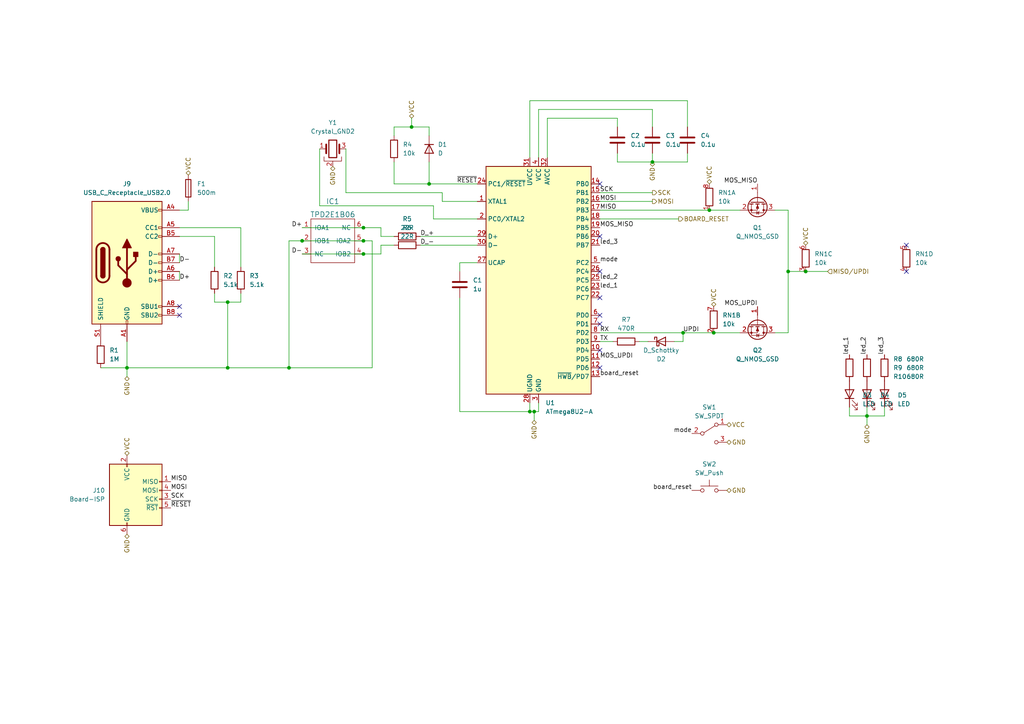
<source format=kicad_sch>
(kicad_sch (version 20211123) (generator eeschema)
  (paper "A4")
  (lib_symbols
    (symbol "Chip_perso:TPD2E1B06" (pin_names (offset 1.016))
      (property "Reference" "IC1" (at 0 11.43 0))
      (property "Value" "TPD2E1B06" (at 0 7.62 0))
      (symbol "TPD2E1B06_0_1"
        (rectangle (start -6.35 6.35) (end 6.35 -6.35))
      )
      (symbol "TPD2E1B06_1_1"
        (pin bidirectional line (at -8.89 3.81 0) (length 2.54) (name "IOA1") (number "1"))
        (pin bidirectional line (at -8.89 0 0) (length 2.54) (name "IOB1") (number "2"))
        (pin free line (at -8.89 -3.81 0) (length 2.54) (name "NC") (number "3"))
        (pin bidirectional line (at 8.89 -3.81 180) (length 2.54) (name "IOB2") (number "4"))
        (pin bidirectional line (at 8.89 0 180) (length 2.54) (name "IOA2") (number "5"))
        (pin free line (at 8.89 3.81 180) (length 2.54) (name "NC") (number "6"))
      )
    )
    (symbol "Connector:AVR-ISP-6" (pin_names (offset 1.016))
      (property "Reference" "J" (at -6.35 11.43 0))
      (property "Value" "AVR-ISP-6" (at 0 11.43 0))
      (symbol "AVR-ISP-6_0_1"
        (rectangle (start -2.667 -6.858) (end -2.413 -7.62))
        (rectangle (start -2.667 10.16) (end -2.413 9.398))
        (rectangle (start 7.62 -2.413) (end 6.858 -2.667))
        (rectangle (start 7.62 0.127) (end 6.858 -0.127))
        (rectangle (start 7.62 2.667) (end 6.858 2.413))
        (rectangle (start 7.62 5.207) (end 6.858 4.953))
        (rectangle (start 7.62 10.16) (end -7.62 -7.62) (stroke (width 0.254)) (fill (type background)))
      )
      (symbol "AVR-ISP-6_1_1"
        (pin passive line (at 10.16 5.08 180) (length 2.54) (name "MISO") (number "1"))
        (pin passive line (at -2.54 12.7 270) (length 2.54) (name "VCC") (number "2"))
        (pin passive line (at 10.16 0 180) (length 2.54) (name "SCK") (number "3"))
        (pin passive line (at 10.16 2.54 180) (length 2.54) (name "MOSI") (number "4"))
        (pin passive line (at 10.16 -2.54 180) (length 2.54) (name "~{RST}") (number "5"))
        (pin passive line (at -2.54 -10.16 90) (length 2.54) (name "GND") (number "6"))
      )
    )
    (symbol "Connector:USB_C_Receptacle_USB2.0" (pin_names (offset 1.016))
      (property "Reference" "J" (at -10.16 19.05 0))
      (property "Value" "USB_C_Receptacle_USB2.0" (at 19.05 19.05 0))
      (symbol "USB_C_Receptacle_USB2.0_0_0"
        (rectangle (start -0.254 -17.78) (end 0.254 -16.764))
        (rectangle (start 10.16 -14.986) (end 9.144 -15.494))
        (rectangle (start 10.16 -12.446) (end 9.144 -12.954))
        (rectangle (start 10.16 -4.826) (end 9.144 -5.334))
        (rectangle (start 10.16 -2.286) (end 9.144 -2.794))
        (rectangle (start 10.16 0.254) (end 9.144 -0.254))
        (rectangle (start 10.16 2.794) (end 9.144 2.286))
        (rectangle (start 10.16 7.874) (end 9.144 7.366))
        (rectangle (start 10.16 10.414) (end 9.144 9.906))
        (rectangle (start 10.16 15.494) (end 9.144 14.986))
      )
      (symbol "USB_C_Receptacle_USB2.0_0_1"
        (rectangle (start -10.16 17.78) (end 10.16 -17.78) (stroke (width 0.254)) (fill (type background)))
        (arc (start -8.89 -3.81) (mid -6.985 -5.715) (end -5.08 -3.81) (stroke (width 0.508)))
        (arc (start -7.62 -3.81) (mid -6.985 -4.445) (end -6.35 -3.81) (stroke (width 0.254)))
        (arc (start -7.62 -3.81) (mid -6.985 -4.445) (end -6.35 -3.81) (stroke (width 0.254)) (fill (type outline)))
        (rectangle (start -7.62 -3.81) (end -6.35 3.81) (stroke (width 0.254)) (fill (type outline)))
        (arc (start -6.35 3.81) (mid -6.985 4.445) (end -7.62 3.81) (stroke (width 0.254)))
        (arc (start -6.35 3.81) (mid -6.985 4.445) (end -7.62 3.81) (stroke (width 0.254)) (fill (type outline)))
        (arc (start -5.08 3.81) (mid -6.985 5.715) (end -8.89 3.81) (stroke (width 0.508)))
        (circle (center -2.54 1.143) (radius 0.635) (stroke (width 0.254)) (fill (type outline)))
        (circle (center 0 -5.842) (radius 1.27) (fill (type outline)))
        (polyline (pts (xy -8.89 -3.81) (xy -8.89 3.81)) (stroke (width 0.508)))
        (polyline (pts (xy -5.08 3.81) (xy -5.08 -3.81)) (stroke (width 0.508)))
        (polyline (pts (xy 0 -5.842) (xy 0 4.318)) (stroke (width 0.508)))
        (polyline (pts (xy 0 -3.302) (xy -2.54 -0.762) (xy -2.54 0.508)) (stroke (width 0.508)))
        (polyline (pts (xy 0 -2.032) (xy 2.54 0.508) (xy 2.54 1.778)) (stroke (width 0.508)))
        (polyline (pts (xy -1.27 4.318) (xy 0 6.858) (xy 1.27 4.318) (xy -1.27 4.318)) (stroke (width 0.254)) (fill (type outline)))
        (rectangle (start 1.905 1.778) (end 3.175 3.048) (stroke (width 0.254)) (fill (type outline)))
      )
      (symbol "USB_C_Receptacle_USB2.0_1_1"
        (pin passive line (at 0 -22.86 90) (length 5.08) (name "GND") (number "A1"))
        (pin passive line (at 0 -22.86 90) (length 5.08) hide (name "GND") (number "A12"))
        (pin passive line (at 15.24 15.24 180) (length 5.08) (name "VBUS") (number "A4"))
        (pin bidirectional line (at 15.24 10.16 180) (length 5.08) (name "CC1") (number "A5"))
        (pin bidirectional line (at 15.24 -2.54 180) (length 5.08) (name "D+") (number "A6"))
        (pin bidirectional line (at 15.24 2.54 180) (length 5.08) (name "D-") (number "A7"))
        (pin bidirectional line (at 15.24 -12.7 180) (length 5.08) (name "SBU1") (number "A8"))
        (pin passive line (at 15.24 15.24 180) (length 5.08) hide (name "VBUS") (number "A9"))
        (pin passive line (at 0 -22.86 90) (length 5.08) hide (name "GND") (number "B1"))
        (pin passive line (at 0 -22.86 90) (length 5.08) hide (name "GND") (number "B12"))
        (pin passive line (at 15.24 15.24 180) (length 5.08) hide (name "VBUS") (number "B4"))
        (pin bidirectional line (at 15.24 7.62 180) (length 5.08) (name "CC2") (number "B5"))
        (pin bidirectional line (at 15.24 -5.08 180) (length 5.08) (name "D+") (number "B6"))
        (pin bidirectional line (at 15.24 0 180) (length 5.08) (name "D-") (number "B7"))
        (pin bidirectional line (at 15.24 -15.24 180) (length 5.08) (name "SBU2") (number "B8"))
        (pin passive line (at 15.24 15.24 180) (length 5.08) hide (name "VBUS") (number "B9"))
        (pin passive line (at -7.62 -22.86 90) (length 5.08) (name "SHIELD") (number "S1"))
      )
    )
    (symbol "Device:C" (pin_numbers hide) (pin_names (offset 0.254))
      (property "Reference" "C" (at 0.635 2.54 0))
      (property "Value" "C" (at 0.635 -2.54 0))
      (symbol "C_0_1"
        (polyline (pts (xy -2.032 -0.762) (xy 2.032 -0.762)) (stroke (width 0.508)))
        (polyline (pts (xy -2.032 0.762) (xy 2.032 0.762)) (stroke (width 0.508)))
      )
      (symbol "C_1_1"
        (pin passive line (at 0 3.81 270) (length 2.794) (name "~") (number "1"))
        (pin passive line (at 0 -3.81 90) (length 2.794) (name "~") (number "2"))
      )
    )
    (symbol "Device:Crystal_GND2" (pin_names (offset 1.016) hide)
      (property "Reference" "Y" (at 0 5.715 0))
      (property "Value" "Crystal_GND2" (at 0 3.81 0))
      (symbol "Crystal_GND2_0_1"
        (rectangle (start -1.143 2.54) (end 1.143 -2.54) (stroke (width 0.3048)))
        (polyline (pts (xy -2.54 0) (xy -1.905 0)))
        (polyline (pts (xy -1.905 -1.27) (xy -1.905 1.27)) (stroke (width 0.508)))
        (polyline (pts (xy 0 -3.81) (xy 0 -3.556)))
        (polyline (pts (xy 1.905 0) (xy 2.54 0)))
        (polyline (pts (xy 1.905 1.27) (xy 1.905 -1.27)) (stroke (width 0.508)))
        (polyline (pts (xy -2.54 -2.286) (xy -2.54 -3.556) (xy 2.54 -3.556) (xy 2.54 -2.286)))
      )
      (symbol "Crystal_GND2_1_1"
        (pin passive line (at -3.81 0 0) (length 1.27) (name "1") (number "1"))
        (pin passive line (at 0 -5.08 90) (length 1.27) (name "2") (number "2"))
        (pin passive line (at 3.81 0 180) (length 1.27) (name "3") (number "3"))
      )
    )
    (symbol "Device:D" (pin_numbers hide) (pin_names (offset 1.016) hide)
      (property "Reference" "D" (at 0 2.54 0))
      (property "Value" "D" (at 0 -2.54 0))
      (symbol "D_0_1"
        (polyline (pts (xy -1.27 1.27) (xy -1.27 -1.27)) (stroke (width 0.254)))
        (polyline (pts (xy 1.27 0) (xy -1.27 0)))
        (polyline (pts (xy 1.27 1.27) (xy 1.27 -1.27) (xy -1.27 0) (xy 1.27 1.27)) (stroke (width 0.254)))
      )
      (symbol "D_1_1"
        (pin passive line (at -3.81 0 0) (length 2.54) (name "K") (number "1"))
        (pin passive line (at 3.81 0 180) (length 2.54) (name "A") (number "2"))
      )
    )
    (symbol "Device:D_Schottky" (pin_numbers hide) (pin_names (offset 1.016) hide)
      (property "Reference" "D" (at 0 2.54 0))
      (property "Value" "D_Schottky" (at 0 -2.54 0))
      (symbol "D_Schottky_0_1"
        (polyline (pts (xy 1.27 0) (xy -1.27 0)))
        (polyline (pts (xy 1.27 1.27) (xy 1.27 -1.27) (xy -1.27 0) (xy 1.27 1.27)) (stroke (width 0.254)))
        (polyline (pts (xy -1.905 0.635) (xy -1.905 1.27) (xy -1.27 1.27) (xy -1.27 -1.27) (xy -0.635 -1.27) (xy -0.635 -0.635)) (stroke (width 0.254)))
      )
      (symbol "D_Schottky_1_1"
        (pin passive line (at -3.81 0 0) (length 2.54) (name "K") (number "1"))
        (pin passive line (at 3.81 0 180) (length 2.54) (name "A") (number "2"))
      )
    )
    (symbol "Device:Fuse" (pin_numbers hide) (pin_names (offset 0))
      (property "Reference" "F" (at 2.032 0 90))
      (property "Value" "Fuse" (at -1.905 0 90))
      (symbol "Fuse_0_1"
        (rectangle (start -0.762 -2.54) (end 0.762 2.54) (stroke (width 0.254)))
        (polyline (pts (xy 0 2.54) (xy 0 -2.54)))
      )
      (symbol "Fuse_1_1"
        (pin passive line (at 0 3.81 270) (length 1.27) (name "~") (number "1"))
        (pin passive line (at 0 -3.81 90) (length 1.27) (name "~") (number "2"))
      )
    )
    (symbol "Device:LED" (pin_numbers hide) (pin_names (offset 1.016) hide)
      (property "Reference" "D" (at 0 2.54 0))
      (property "Value" "LED" (at 0 -2.54 0))
      (symbol "LED_0_1"
        (polyline (pts (xy -1.27 -1.27) (xy -1.27 1.27)) (stroke (width 0.254)))
        (polyline (pts (xy -1.27 0) (xy 1.27 0)))
        (polyline (pts (xy 1.27 -1.27) (xy 1.27 1.27) (xy -1.27 0) (xy 1.27 -1.27)) (stroke (width 0.254)))
        (polyline (pts (xy -3.048 -0.762) (xy -4.572 -2.286) (xy -3.81 -2.286) (xy -4.572 -2.286) (xy -4.572 -1.524)))
        (polyline (pts (xy -1.778 -0.762) (xy -3.302 -2.286) (xy -2.54 -2.286) (xy -3.302 -2.286) (xy -3.302 -1.524)))
      )
      (symbol "LED_1_1"
        (pin passive line (at -3.81 0 0) (length 2.54) (name "K") (number "1"))
        (pin passive line (at 3.81 0 180) (length 2.54) (name "A") (number "2"))
      )
    )
    (symbol "Device:Q_NMOS_GSD" (pin_names (offset 0) hide)
      (property "Reference" "Q" (at 5.08 1.27 0))
      (property "Value" "Q_NMOS_GSD" (at 5.08 -1.27 0))
      (symbol "Q_NMOS_GSD_0_1"
        (polyline (pts (xy 0.254 0) (xy -2.54 0)))
        (polyline (pts (xy 0.254 1.905) (xy 0.254 -1.905)) (stroke (width 0.254)))
        (polyline (pts (xy 0.762 -1.27) (xy 0.762 -2.286)) (stroke (width 0.254)))
        (polyline (pts (xy 0.762 0.508) (xy 0.762 -0.508)) (stroke (width 0.254)))
        (polyline (pts (xy 0.762 2.286) (xy 0.762 1.27)) (stroke (width 0.254)))
        (polyline (pts (xy 2.54 2.54) (xy 2.54 1.778)))
        (polyline (pts (xy 2.54 -2.54) (xy 2.54 0) (xy 0.762 0)))
        (polyline (pts (xy 0.762 -1.778) (xy 3.302 -1.778) (xy 3.302 1.778) (xy 0.762 1.778)))
        (polyline (pts (xy 1.016 0) (xy 2.032 0.381) (xy 2.032 -0.381) (xy 1.016 0)) (fill (type outline)))
        (polyline (pts (xy 2.794 0.508) (xy 2.921 0.381) (xy 3.683 0.381) (xy 3.81 0.254)))
        (polyline (pts (xy 3.302 0.381) (xy 2.921 -0.254) (xy 3.683 -0.254) (xy 3.302 0.381)))
        (circle (center 1.651 0) (radius 2.794) (stroke (width 0.254)))
        (circle (center 2.54 -1.778) (radius 0.254) (fill (type outline)))
        (circle (center 2.54 1.778) (radius 0.254) (fill (type outline)))
      )
      (symbol "Q_NMOS_GSD_1_1"
        (pin input line (at -5.08 0 0) (length 2.54) (name "G") (number "1"))
        (pin passive line (at 2.54 -5.08 90) (length 2.54) (name "S") (number "2"))
        (pin passive line (at 2.54 5.08 270) (length 2.54) (name "D") (number "3"))
      )
    )
    (symbol "Device:R" (pin_numbers hide) (pin_names (offset 0))
      (property "Reference" "R" (at 2.032 0 90))
      (property "Value" "R" (at 0 0 90))
      (symbol "R_0_1"
        (rectangle (start -1.016 -2.54) (end 1.016 2.54) (stroke (width 0.254)))
      )
      (symbol "R_1_1"
        (pin passive line (at 0 3.81 270) (length 1.27) (name "~") (number "1"))
        (pin passive line (at 0 -3.81 90) (length 1.27) (name "~") (number "2"))
      )
    )
    (symbol "Device:R_Pack04_Split" (pin_names (offset 0) hide)
      (property "Reference" "RN" (at 2.032 0 90))
      (property "Value" "R_Pack04_Split" (at 0 0 90))
      (symbol "R_Pack04_Split_0_1"
        (rectangle (start 1.016 2.54) (end -1.016 -2.54) (stroke (width 0.254)))
      )
      (symbol "R_Pack04_Split_1_1"
        (pin passive line (at 0 -3.81 90) (length 1.27) (name "R1.1") (number "1"))
        (pin passive line (at 0 3.81 270) (length 1.27) (name "R1.2") (number "8"))
      )
      (symbol "R_Pack04_Split_2_1"
        (pin passive line (at 0 -3.81 90) (length 1.27) (name "R2.1") (number "2"))
        (pin passive line (at 0 3.81 270) (length 1.27) (name "R2.2") (number "7"))
      )
      (symbol "R_Pack04_Split_3_1"
        (pin passive line (at 0 -3.81 90) (length 1.27) (name "R3.1") (number "3"))
        (pin passive line (at 0 3.81 270) (length 1.27) (name "R3.2") (number "6"))
      )
      (symbol "R_Pack04_Split_4_1"
        (pin passive line (at 0 -3.81 90) (length 1.27) (name "R4.1") (number "4"))
        (pin passive line (at 0 3.81 270) (length 1.27) (name "R4.2") (number "5"))
      )
    )
    (symbol "MCU_Microchip_ATmega:ATmega8U2-A"
      (property "Reference" "U" (at -15.24 34.29 0))
      (property "Value" "ATmega8U2-A" (at 2.54 -34.29 0))
      (symbol "ATmega8U2-A_0_1"
        (rectangle (start -15.24 -33.02) (end 15.24 33.02) (stroke (width 0.254)) (fill (type background)))
      )
      (symbol "ATmega8U2-A_1_1"
        (pin input line (at -17.78 22.86 0) (length 2.54) (name "XTAL1") (number "1"))
        (pin bidirectional line (at 17.78 -20.32 180) (length 2.54) (name "PD4") (number "10"))
        (pin bidirectional line (at 17.78 -22.86 180) (length 2.54) (name "PD5") (number "11"))
        (pin bidirectional line (at 17.78 -25.4 180) (length 2.54) (name "PD6") (number "12"))
        (pin bidirectional line (at 17.78 -27.94 180) (length 2.54) (name "~{HWB}/PD7") (number "13"))
        (pin bidirectional line (at 17.78 27.94 180) (length 2.54) (name "PB0") (number "14"))
        (pin bidirectional line (at 17.78 25.4 180) (length 2.54) (name "PB1") (number "15"))
        (pin bidirectional line (at 17.78 22.86 180) (length 2.54) (name "PB2") (number "16"))
        (pin bidirectional line (at 17.78 20.32 180) (length 2.54) (name "PB3") (number "17"))
        (pin bidirectional line (at 17.78 17.78 180) (length 2.54) (name "PB4") (number "18"))
        (pin bidirectional line (at 17.78 15.24 180) (length 2.54) (name "PB5") (number "19"))
        (pin bidirectional line (at -17.78 17.78 0) (length 2.54) (name "PC0/XTAL2") (number "2"))
        (pin bidirectional line (at 17.78 12.7 180) (length 2.54) (name "PB6") (number "20"))
        (pin bidirectional line (at 17.78 10.16 180) (length 2.54) (name "PB7") (number "21"))
        (pin bidirectional line (at 17.78 -5.08 180) (length 2.54) (name "PC7") (number "22"))
        (pin bidirectional line (at 17.78 -2.54 180) (length 2.54) (name "PC6") (number "23"))
        (pin bidirectional line (at -17.78 27.94 0) (length 2.54) (name "PC1/~{RESET}") (number "24"))
        (pin bidirectional line (at 17.78 0 180) (length 2.54) (name "PC5") (number "25"))
        (pin bidirectional line (at 17.78 2.54 180) (length 2.54) (name "PC4") (number "26"))
        (pin passive line (at -17.78 5.08 0) (length 2.54) (name "UCAP") (number "27"))
        (pin power_in line (at -2.54 -35.56 90) (length 2.54) (name "UGND") (number "28"))
        (pin bidirectional line (at -17.78 12.7 0) (length 2.54) (name "D+") (number "29"))
        (pin power_in line (at 0 -35.56 90) (length 2.54) (name "GND") (number "3"))
        (pin bidirectional line (at -17.78 10.16 0) (length 2.54) (name "D-") (number "30"))
        (pin power_in line (at -2.54 35.56 270) (length 2.54) (name "UVCC") (number "31"))
        (pin power_in line (at 2.54 35.56 270) (length 2.54) (name "AVCC") (number "32"))
        (pin power_in line (at 0 35.56 270) (length 2.54) (name "VCC") (number "4"))
        (pin bidirectional line (at 17.78 5.08 180) (length 2.54) (name "PC2") (number "5"))
        (pin bidirectional line (at 17.78 -10.16 180) (length 2.54) (name "PD0") (number "6"))
        (pin bidirectional line (at 17.78 -12.7 180) (length 2.54) (name "PD1") (number "7"))
        (pin bidirectional line (at 17.78 -15.24 180) (length 2.54) (name "PD2") (number "8"))
        (pin bidirectional line (at 17.78 -17.78 180) (length 2.54) (name "PD3") (number "9"))
      )
    )
    (symbol "Switch:SW_Push" (pin_numbers hide) (pin_names (offset 1.016) hide)
      (property "Reference" "SW" (at 1.27 2.54 0))
      (property "Value" "SW_Push" (at 0 -1.524 0))
      (symbol "SW_Push_0_1"
        (circle (center -2.032 0) (radius 0.508))
        (polyline (pts (xy 0 1.27) (xy 0 3.048)))
        (polyline (pts (xy 2.54 1.27) (xy -2.54 1.27)))
        (circle (center 2.032 0) (radius 0.508))
        (pin passive line (at -5.08 0 0) (length 2.54) (name "1") (number "1"))
        (pin passive line (at 5.08 0 180) (length 2.54) (name "2") (number "2"))
      )
    )
    (symbol "Switch:SW_SPDT" (pin_names (offset 0) hide)
      (property "Reference" "SW" (at 0 4.318 0))
      (property "Value" "SW_SPDT" (at 0 -5.08 0))
      (symbol "SW_SPDT_0_0"
        (circle (center -2.032 0) (radius 0.508))
        (circle (center 2.032 -2.54) (radius 0.508))
      )
      (symbol "SW_SPDT_0_1"
        (polyline (pts (xy -1.524 0.254) (xy 1.651 2.286)))
        (circle (center 2.032 2.54) (radius 0.508))
      )
      (symbol "SW_SPDT_1_1"
        (pin passive line (at 5.08 2.54 180) (length 2.54) (name "A") (number "1"))
        (pin passive line (at -5.08 0 0) (length 2.54) (name "B") (number "2"))
        (pin passive line (at 5.08 -2.54 180) (length 2.54) (name "C") (number "3"))
      )
    )
  )
  (junction (at 119.38 36.83))
  (junction (at 105.41 69.85))
  (junction (at 66.04 106.68))
  (junction (at 87.63 69.85))
  (junction (at 205.74 60.96))
  (junction (at 154.94 119.38))
  (junction (at 36.83 106.68))
  (junction (at 228.6 78.74))
  (junction (at 66.04 87.63))
  (junction (at 207.01 96.52))
  (junction (at 233.68 78.74))
  (junction (at 189.23 46.99))
  (junction (at 83.82 106.68))
  (junction (at 153.67 119.38))
  (junction (at 198.12 96.52))
  (junction (at 105.41 66.04))
  (junction (at 124.46 53.34))
  (junction (at 105.41 73.66))
  (junction (at 251.46 120.65))
  (no_connect (at 173.99 91.44))
  (no_connect (at 173.99 53.34))
  (no_connect (at 173.99 68.58))
  (no_connect (at 173.99 93.98))
  (no_connect (at 173.99 106.68))
  (no_connect (at 52.07 91.44))
  (no_connect (at 173.99 101.6))
  (no_connect (at 52.07 88.9))
  (no_connect (at 173.99 86.36))
  (no_connect (at 173.99 78.74))
  (no_connect (at 262.89 78.74))
  (no_connect (at 262.89 71.12))
  (wire (pts (xy 29.21 106.68) (xy 36.83 106.68)))
  (wire (pts (xy 158.75 34.29) (xy 179.07 34.29)))
  (wire (pts (xy 110.49 71.12) (xy 114.3 71.12)))
  (wire (pts (xy 224.79 60.96) (xy 228.6 60.96)))
  (wire (pts (xy 83.82 106.68) (xy 83.82 69.85)))
  (wire (pts (xy 228.6 78.74) (xy 228.6 96.52)))
  (wire (pts (xy 92.71 59.69) (xy 125.73 59.69)))
  (wire (pts (xy 173.99 60.96) (xy 205.74 60.96)))
  (wire (pts (xy 114.3 39.37) (xy 114.3 36.83)))
  (wire (pts (xy 185.42 99.06) (xy 187.96 99.06)))
  (wire (pts (xy 121.92 68.58) (xy 138.43 68.58)))
  (wire (pts (xy 105.41 73.66) (xy 110.49 73.66)))
  (wire (pts (xy 36.83 106.68) (xy 66.04 106.68)))
  (wire (pts (xy 92.71 43.18) (xy 92.71 59.69)))
  (wire (pts (xy 199.39 36.83) (xy 199.39 29.21)))
  (wire (pts (xy 251.46 120.65) (xy 251.46 123.19)))
  (wire (pts (xy 62.23 68.58) (xy 52.07 68.58)))
  (wire (pts (xy 69.85 87.63) (xy 66.04 87.63)))
  (wire (pts (xy 256.54 120.65) (xy 256.54 118.11)))
  (wire (pts (xy 87.63 69.85) (xy 105.41 69.85)))
  (wire (pts (xy 198.12 99.06) (xy 198.12 96.52)))
  (wire (pts (xy 173.99 58.42) (xy 189.23 58.42)))
  (wire (pts (xy 195.58 99.06) (xy 198.12 99.06)))
  (wire (pts (xy 189.23 31.75) (xy 156.21 31.75)))
  (wire (pts (xy 69.85 66.04) (xy 69.85 77.47)))
  (wire (pts (xy 228.6 96.52) (xy 224.79 96.52)))
  (wire (pts (xy 251.46 120.65) (xy 256.54 120.65)))
  (wire (pts (xy 121.92 71.12) (xy 138.43 71.12)))
  (wire (pts (xy 119.38 36.83) (xy 124.46 36.83)))
  (wire (pts (xy 114.3 68.58) (xy 110.49 68.58)))
  (wire (pts (xy 154.94 121.92) (xy 154.94 119.38)))
  (wire (pts (xy 62.23 77.47) (xy 62.23 68.58)))
  (wire (pts (xy 156.21 31.75) (xy 156.21 45.72)))
  (wire (pts (xy 128.27 55.88) (xy 100.33 55.88)))
  (wire (pts (xy 133.35 119.38) (xy 153.67 119.38)))
  (wire (pts (xy 179.07 34.29) (xy 179.07 36.83)))
  (wire (pts (xy 228.6 60.96) (xy 228.6 78.74)))
  (wire (pts (xy 228.6 78.74) (xy 233.68 78.74)))
  (wire (pts (xy 125.73 63.5) (xy 138.43 63.5)))
  (wire (pts (xy 124.46 53.34) (xy 138.43 53.34)))
  (wire (pts (xy 87.63 73.66) (xy 105.41 73.66)))
  (wire (pts (xy 107.95 106.68) (xy 83.82 106.68)))
  (wire (pts (xy 69.85 85.09) (xy 69.85 87.63)))
  (wire (pts (xy 173.99 99.06) (xy 177.8 99.06)))
  (wire (pts (xy 52.07 73.66) (xy 52.07 76.2)))
  (wire (pts (xy 110.49 73.66) (xy 110.49 71.12)))
  (wire (pts (xy 133.35 76.2) (xy 138.43 76.2)))
  (wire (pts (xy 189.23 46.99) (xy 199.39 46.99)))
  (wire (pts (xy 154.94 119.38) (xy 156.21 119.38)))
  (wire (pts (xy 251.46 118.11) (xy 251.46 120.65)))
  (wire (pts (xy 198.12 96.52) (xy 207.01 96.52)))
  (wire (pts (xy 114.3 46.99) (xy 114.3 53.34)))
  (wire (pts (xy 62.23 87.63) (xy 62.23 85.09)))
  (wire (pts (xy 173.99 96.52) (xy 198.12 96.52)))
  (wire (pts (xy 179.07 46.99) (xy 189.23 46.99)))
  (wire (pts (xy 105.41 69.85) (xy 107.95 69.85)))
  (wire (pts (xy 114.3 53.34) (xy 124.46 53.34)))
  (wire (pts (xy 105.41 66.04) (xy 110.49 66.04)))
  (wire (pts (xy 52.07 66.04) (xy 69.85 66.04)))
  (wire (pts (xy 66.04 106.68) (xy 66.04 87.63)))
  (wire (pts (xy 125.73 59.69) (xy 125.73 63.5)))
  (wire (pts (xy 246.38 118.11) (xy 246.38 120.65)))
  (wire (pts (xy 199.39 29.21) (xy 153.67 29.21)))
  (wire (pts (xy 173.99 63.5) (xy 196.85 63.5)))
  (wire (pts (xy 124.46 46.99) (xy 124.46 53.34)))
  (wire (pts (xy 205.74 60.96) (xy 214.63 60.96)))
  (wire (pts (xy 36.83 106.68) (xy 36.83 109.22)))
  (wire (pts (xy 189.23 44.45) (xy 189.23 46.99)))
  (wire (pts (xy 100.33 55.88) (xy 100.33 43.18)))
  (wire (pts (xy 233.68 78.74) (xy 240.03 78.74)))
  (wire (pts (xy 199.39 46.99) (xy 199.39 44.45)))
  (wire (pts (xy 119.38 34.29) (xy 119.38 36.83)))
  (wire (pts (xy 153.67 119.38) (xy 154.94 119.38)))
  (wire (pts (xy 83.82 69.85) (xy 87.63 69.85)))
  (wire (pts (xy 66.04 106.68) (xy 83.82 106.68)))
  (wire (pts (xy 124.46 36.83) (xy 124.46 39.37)))
  (wire (pts (xy 87.63 66.04) (xy 105.41 66.04)))
  (wire (pts (xy 133.35 86.36) (xy 133.35 119.38)))
  (wire (pts (xy 52.07 78.74) (xy 52.07 81.28)))
  (wire (pts (xy 110.49 68.58) (xy 110.49 66.04)))
  (wire (pts (xy 207.01 96.52) (xy 214.63 96.52)))
  (wire (pts (xy 107.95 69.85) (xy 107.95 106.68)))
  (wire (pts (xy 173.99 55.88) (xy 189.23 55.88)))
  (wire (pts (xy 153.67 116.84) (xy 153.67 119.38)))
  (wire (pts (xy 54.61 60.96) (xy 52.07 60.96)))
  (wire (pts (xy 128.27 58.42) (xy 128.27 55.88)))
  (wire (pts (xy 114.3 36.83) (xy 119.38 36.83)))
  (wire (pts (xy 156.21 119.38) (xy 156.21 116.84)))
  (wire (pts (xy 246.38 120.65) (xy 251.46 120.65)))
  (wire (pts (xy 36.83 99.06) (xy 36.83 106.68)))
  (wire (pts (xy 158.75 45.72) (xy 158.75 34.29)))
  (wire (pts (xy 179.07 44.45) (xy 179.07 46.99)))
  (wire (pts (xy 189.23 36.83) (xy 189.23 31.75)))
  (wire (pts (xy 138.43 58.42) (xy 128.27 58.42)))
  (wire (pts (xy 133.35 78.74) (xy 133.35 76.2)))
  (wire (pts (xy 153.67 29.21) (xy 153.67 45.72)))
  (wire (pts (xy 54.61 58.42) (xy 54.61 60.96)))
  (wire (pts (xy 66.04 87.63) (xy 62.23 87.63)))
  (label "D-" (at 87.63 73.66 180))
  (label "MISO" (at 49.53 139.7 0))
  (label "MOSI" (at 173.99 58.42 0))
  (label "~{RESET}" (at 49.53 147.32 0))
  (label "SCK" (at 49.53 144.78 0))
  (label "D+" (at 87.63 66.04 180))
  (label "board_reset" (at 200.66 142.24 180))
  (label "D_+" (at 121.92 68.58 0))
  (label "led_2" (at 251.46 102.87 90))
  (label "MOS_UPDI" (at 219.71 88.9 180))
  (label "led_3" (at 173.99 71.12 0))
  (label "led_1" (at 173.99 83.82 0))
  (label "D-" (at 52.07 76.2 0))
  (label "MISO" (at 173.99 60.96 0))
  (label "D_-" (at 121.92 71.12 0))
  (label "~{RESET}" (at 138.43 53.34 180))
  (label "MOS_UPDI" (at 173.99 104.14 0))
  (label "SCK" (at 173.99 55.88 0))
  (label "UPDI" (at 198.12 96.52 0))
  (label "TX" (at 173.99 99.06 0))
  (label "RX" (at 173.99 96.52 0))
  (label "led_3" (at 256.54 102.87 90))
  (label "MOS_MISO" (at 173.99 66.04 0))
  (label "D+" (at 52.07 81.28 0))
  (label "led_2" (at 173.99 81.28 0))
  (label "led_1" (at 246.38 102.87 90))
  (label "board_reset" (at 173.99 109.22 0))
  (label "MOSI" (at 49.53 142.24 0))
  (label "MOS_MISO" (at 219.71 53.34 180))
  (label "mode" (at 173.99 76.2 0))
  (label "mode" (at 200.66 125.73 180))
  (hierarchical_label "GND" (shape bidirectional) (at 36.83 154.94 270))
  (hierarchical_label "GND" (shape bidirectional) (at 96.52 48.26 270))
  (hierarchical_label "VCC" (shape bidirectional) (at 119.38 34.29 90))
  (hierarchical_label "GND" (shape bidirectional) (at 154.94 121.92 270))
  (hierarchical_label "VCC" (shape bidirectional) (at 36.83 132.08 90))
  (hierarchical_label "BOARD_RESET" (shape output) (at 196.85 63.5 0))
  (hierarchical_label "GND" (shape bidirectional) (at 251.46 123.19 270))
  (hierarchical_label "VCC" (shape bidirectional) (at 54.61 50.8 90))
  (hierarchical_label "GND" (shape bidirectional) (at 210.82 128.27 0))
  (hierarchical_label "MISO{slash}UPDI" (shape input) (at 240.03 78.74 0))
  (hierarchical_label "GND" (shape bidirectional) (at 210.82 142.24 0))
  (hierarchical_label "SCK" (shape output) (at 189.23 55.88 0))
  (hierarchical_label "VCC" (shape bidirectional) (at 210.82 123.19 0))
  (hierarchical_label "VCC" (shape bidirectional) (at 233.68 71.12 90))
  (hierarchical_label "VCC" (shape bidirectional) (at 205.74 53.34 90))
  (hierarchical_label "VCC" (shape bidirectional) (at 207.01 88.9 90))
  (hierarchical_label "MOSI" (shape output) (at 189.23 58.42 0))
  (hierarchical_label "GND" (shape bidirectional) (at 36.83 109.22 270))
  (hierarchical_label "GND" (shape bidirectional) (at 189.23 46.99 270))
  (symbol (lib_id "Device:LED") (at 256.54 114.3 90) (unit 1)
    (property "Reference" "D5" (at 260.35 114.6174 90) (effects (justify right)))
    (property "Value" "LED" (at 260.35 117.1574 90) (effects (justify right)))
    (property "Footprint" "LED_SMD:LED_0805_2012Metric" (effects hide))
  )
  (symbol (lib_id "Device:D") (at 124.46 43.18 270) (unit 1)
    (property "Reference" "D1" (at 127 41.9099 90) (effects (justify left)))
    (property "Value" "D" (at 127 44.4499 90) (effects (justify left)))
    (property "Footprint" "Diode_SMD:D_SOD-123" (effects hide))
  )
  (symbol (lib_id "Device:Q_NMOS_GSD") (at 219.71 93.98 270) (unit 1)
    (property "Reference" "Q2" (at 219.71 101.6 90))
    (property "Value" "Q_NMOS_GSD" (at 219.71 104.14 90))
    (property "Footprint" "Package_TO_SOT_SMD:SOT-23" (effects hide))
  )
  (symbol (lib_id "Device:R") (at 62.23 81.28 0) (unit 1)
    (property "Reference" "R2" (at 64.77 80.0099 0) (effects (justify left)))
    (property "Value" "5.1k" (at 64.77 82.5499 0) (effects (justify left)))
    (property "Footprint" "Resistor_SMD:R_0603_1608Metric" (effects hide))
  )
  (symbol (lib_id "Device:R_Pack04_Split") (at 262.89 74.93 0) (unit 4)
    (property "Reference" "RN1" (at 265.43 73.6599 0) (effects (justify left)))
    (property "Value" "10k" (at 265.43 76.1999 0) (effects (justify left)))
    (property "Footprint" "Resistor_SMD:R_Array_Convex_4x0603" (effects hide))
  )
  (symbol (lib_id "Switch:SW_Push") (at 205.74 142.24 0) (unit 1)
    (property "Reference" "SW2" (at 205.74 134.62 0))
    (property "Value" "SW_Push" (at 205.74 137.16 0))
    (property "Footprint" "Button_Switch_SMD:SW_SPST_EVPBF" (effects hide))
  )
  (symbol (lib_id "Device:R") (at 69.85 81.28 0) (unit 1)
    (property "Reference" "R3" (at 72.39 80.0099 0) (effects (justify left)))
    (property "Value" "5.1k" (at 72.39 82.5499 0) (effects (justify left)))
    (property "Footprint" "Resistor_SMD:R_0603_1608Metric" (effects hide))
  )
  (symbol (lib_id "Device:R") (at 29.21 102.87 0) (unit 1)
    (property "Reference" "R1" (at 31.75 101.5999 0) (effects (justify left)))
    (property "Value" "1M" (at 31.75 104.1399 0) (effects (justify left)))
    (property "Footprint" "Resistor_SMD:R_0603_1608Metric" (effects hide))
  )
  (symbol (lib_id "Device:R_Pack04_Split") (at 207.01 92.71 0) (unit 2)
    (property "Reference" "RN1" (at 209.55 91.4399 0) (effects (justify left)))
    (property "Value" "10k" (at 209.55 93.9799 0) (effects (justify left)))
    (property "Footprint" "Resistor_SMD:R_Array_Convex_4x0603" (effects hide))
  )
  (symbol (lib_id "Device:R_Pack04_Split") (at 205.74 57.15 0) (unit 1)
    (property "Reference" "RN1" (at 208.28 55.8799 0) (effects (justify left)))
    (property "Value" "10k" (at 208.28 58.4199 0) (effects (justify left)))
    (property "Footprint" "Resistor_SMD:R_Array_Convex_4x0603" (effects hide))
  )
  (symbol (lib_id "Device:LED") (at 246.38 114.3 90) (unit 1)
    (property "Reference" "D3" (at 250.19 114.6174 90) (effects (justify right)))
    (property "Value" "LED" (at 250.19 117.1574 90) (effects (justify right)))
    (property "Footprint" "LED_SMD:LED_0805_2012Metric" (effects hide))
  )
  (symbol (lib_id "Device:R") (at 114.3 43.18 0) (unit 1)
    (property "Reference" "R4" (at 116.84 41.9099 0) (effects (justify left)))
    (property "Value" "10k" (at 116.84 44.4499 0) (effects (justify left)))
    (property "Footprint" "Resistor_SMD:R_0603_1608Metric" (effects hide))
  )
  (symbol (lib_id "Chip_perso:TPD2E1B06") (at 96.52 69.85 0) (unit 1)
    (property "Reference" "IC1" (at 96.52 58.42 0) (effects (font (size 1.524 1.524))))
    (property "Value" "TPD2E1B06" (at 96.52 62.23 0) (effects (font (size 1.524 1.524))))
    (property "Footprint" "IC:SOT-5X3" (effects hide))
  )
  (symbol (lib_id "Device:C") (at 179.07 40.64 0) (unit 1)
    (property "Reference" "C2" (at 182.88 39.3699 0) (effects (justify left)))
    (property "Value" "0.1u" (at 182.88 41.9099 0) (effects (justify left)))
    (property "Footprint" "Capacitor_SMD:C_0603_1608Metric" (effects hide))
  )
  (symbol (lib_id "Device:R") (at 246.38 106.68 0) (unit 1)
    (property "Reference" "R8" (at 259.08 104.14 0) (effects (justify left)))
    (property "Value" "680R" (at 262.89 104.14 0) (effects (justify left)))
    (property "Footprint" "Resistor_SMD:R_0603_1608Metric" (effects hide))
  )
  (symbol (lib_id "MCU_Microchip_ATmega:ATmega8U2-A") (at 156.21 81.28 0) (unit 1)
    (property "Reference" "U1" (at 158.2294 116.84 0) (effects (justify left)))
    (property "Value" "ATmega8U2-A" (at 158.2294 119.38 0) (effects (justify left)))
    (property "Footprint" "Package_QFP:TQFP-32_7x7mm_P0.8mm" (effects hide))
    (property "Datasheet" "http://ww1.microchip.com/downloads/en/DeviceDoc/doc7799.pdf" (effects hide))
  )
  (symbol (lib_id "Device:D_Schottky") (at 191.77 99.06 0) (unit 1)
    (property "Reference" "D2" (at 191.77 104.14 0))
    (property "Value" "D_Schottky" (at 191.77 101.6 0))
    (property "Footprint" "Diode_SMD:D_SOD-123" (effects hide))
  )
  (symbol (lib_id "Device:R") (at 118.11 71.12 90) (unit 1)
    (property "Reference" "R6" (at 118.11 66.04 90))
    (property "Value" "22R" (at 118.11 68.58 90))
    (property "Footprint" "Resistor_SMD:R_0603_1608Metric" (effects hide))
  )
  (symbol (lib_id "Device:C") (at 199.39 40.64 0) (unit 1)
    (property "Reference" "C4" (at 203.2 39.3699 0) (effects (justify left)))
    (property "Value" "0.1u" (at 203.2 41.9099 0) (effects (justify left)))
    (property "Footprint" "Capacitor_SMD:C_0603_1608Metric" (effects hide))
  )
  (symbol (lib_id "Device:C") (at 133.35 82.55 0) (unit 1)
    (property "Reference" "C1" (at 137.16 81.2799 0) (effects (justify left)))
    (property "Value" "1u" (at 137.16 83.8199 0) (effects (justify left)))
    (property "Footprint" "Capacitor_SMD:C_0603_1608Metric" (effects hide))
  )
  (symbol (lib_id "Device:R") (at 181.61 99.06 270) (unit 1)
    (property "Reference" "R7" (at 181.61 92.71 90))
    (property "Value" "470R" (at 181.61 95.25 90))
    (property "Footprint" "Resistor_SMD:R_0603_1608Metric" (effects hide))
  )
  (symbol (lib_id "Connector:AVR-ISP-6") (at 39.37 144.78 0) (unit 1)
    (property "Reference" "J10" (at 30.48 142.2399 0) (effects (justify right)))
    (property "Value" "Board-ISP" (at 30.48 144.7799 0) (effects (justify right)))
    (property "Footprint" "Connectors:Pin_Header_Straight_2x03_Pitch2.54mm_SMD" (effects hide))
    (property "Datasheet" " ~" (effects hide))
  )
  (symbol (lib_id "Connector:USB_C_Receptacle_USB2.0") (at 36.83 76.2 0) (unit 1)
    (property "Reference" "J9" (at 36.83 53.34 0))
    (property "Value" "USB_C_Receptacle_USB2.0" (at 36.83 55.88 0))
    (property "Footprint" "Connector_USB:USB_C_Receptacle_GCT_USB4085" (effects hide))
    (property "Datasheet" "https://www.usb.org/sites/default/files/documents/usb_type-c.zip" (effects hide))
  )
  (symbol (lib_id "Device:Q_NMOS_GSD") (at 219.71 58.42 270) (unit 1)
    (property "Reference" "Q1" (at 219.71 66.04 90))
    (property "Value" "Q_NMOS_GSD" (at 219.71 68.58 90))
    (property "Footprint" "Package_TO_SOT_SMD:SOT-23" (effects hide))
  )
  (symbol (lib_id "Device:R_Pack04_Split") (at 233.68 74.93 0) (unit 3)
    (property "Reference" "RN1" (at 236.22 73.6599 0) (effects (justify left)))
    (property "Value" "10k" (at 236.22 76.1999 0) (effects (justify left)))
    (property "Footprint" "Resistor_SMD:R_Array_Convex_4x0603" (effects hide))
  )
  (symbol (lib_id "Device:C") (at 189.23 40.64 0) (unit 1)
    (property "Reference" "C3" (at 193.04 39.3699 0) (effects (justify left)))
    (property "Value" "0.1u" (at 193.04 41.9099 0) (effects (justify left)))
    (property "Footprint" "Capacitor_SMD:C_0603_1608Metric" (effects hide))
  )
  (symbol (lib_id "Device:Fuse") (at 54.61 54.61 0) (unit 1)
    (property "Reference" "F1" (at 57.15 53.3399 0) (effects (justify left)))
    (property "Value" "500m" (at 57.15 55.8799 0) (effects (justify left)))
    (property "Footprint" "Fuse:Fuse_1206_3216Metric" (effects hide))
  )
  (symbol (lib_id "Device:R") (at 256.54 106.68 0) (unit 1)
    (property "Reference" "R10" (at 259.08 109.22 0) (effects (justify left)))
    (property "Value" "680R" (at 262.89 109.22 0) (effects (justify left)))
    (property "Footprint" "Resistor_SMD:R_0603_1608Metric" (effects hide))
  )
  (symbol (lib_id "Device:LED") (at 251.46 114.3 90) (unit 1)
    (property "Reference" "D4" (at 255.27 114.6174 90) (effects (justify right)))
    (property "Value" "LED" (at 255.27 117.1574 90) (effects (justify right)))
    (property "Footprint" "LED_SMD:LED_0805_2012Metric" (effects hide))
  )
  (symbol (lib_id "Device:R") (at 251.46 106.68 0) (unit 1)
    (property "Reference" "R9" (at 259.08 106.68 0) (effects (justify left)))
    (property "Value" "680R" (at 262.89 106.68 0) (effects (justify left)))
    (property "Footprint" "Resistor_SMD:R_0603_1608Metric" (effects hide))
  )
  (symbol (lib_id "Switch:SW_SPDT") (at 205.74 125.73 0) (unit 1)
    (property "Reference" "SW1" (at 205.74 118.11 0))
    (property "Value" "SW_SPDT" (at 205.74 120.65 0))
    (property "Footprint" "Button_Switch_THT:SW_CuK_OS102011MA1QN1_SPDT_Angled" (effects hide))
  )
  (symbol (lib_id "Device:Crystal_GND2") (at 96.52 43.18 0) (unit 1)
    (property "Reference" "Y1" (at 96.52 35.56 0))
    (property "Value" "Crystal_GND2" (at 96.52 38.1 0))
    (property "Footprint" "Crystal:Resonator_SMD_Murata_CSTxExxV-3Pin_3.0x1.1mm_HandSoldering" (effects hide))
  )
  (symbol (lib_id "Device:R") (at 118.11 68.58 90) (unit 1)
    (property "Reference" "R5" (at 118.11 63.5 90))
    (property "Value" "22R" (at 118.11 66.04 90))
    (property "Footprint" "Resistor_SMD:R_0603_1608Metric" (effects hide))
  )
)
</source>
